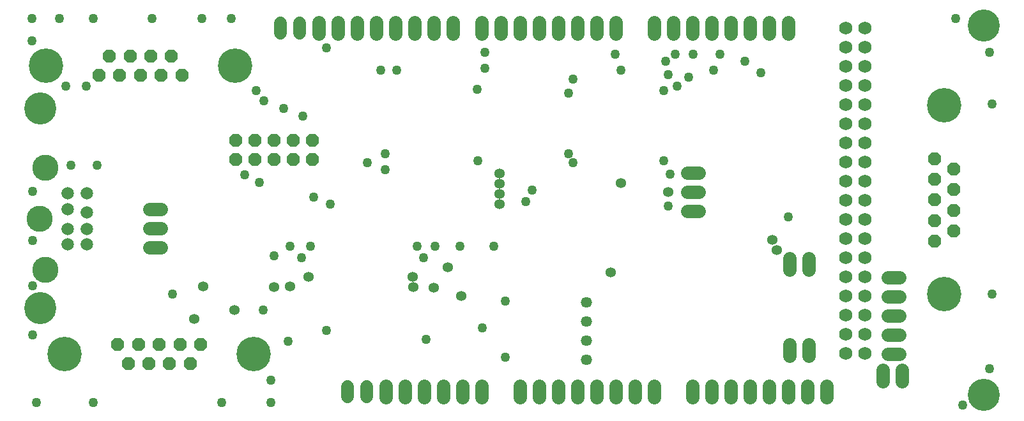
<source format=gbs>
G75*
%MOIN*%
%OFA0B0*%
%FSLAX25Y25*%
%IPPOS*%
%LPD*%
%AMOC8*
5,1,8,0,0,1.08239X$1,22.5*
%
%ADD10C,0.16732*%
%ADD11C,0.06921*%
%ADD12C,0.06921*%
%ADD13C,0.06584*%
%ADD14C,0.05740*%
%ADD15C,0.06984*%
%ADD16OC8,0.06984*%
%ADD17C,0.17984*%
%ADD18C,0.13646*%
%ADD19C,0.06528*%
%ADD20C,0.05346*%
%ADD21C,0.04984*%
D10*
X0125784Y0090236D03*
X0125784Y0194567D03*
X0617910Y0237874D03*
X0617910Y0044961D03*
D11*
X0535942Y0043724D02*
X0535942Y0049661D01*
X0525942Y0049661D02*
X0525942Y0043724D01*
X0515942Y0043724D02*
X0515942Y0049661D01*
X0505942Y0049661D02*
X0505942Y0043724D01*
X0495942Y0043724D02*
X0495942Y0049661D01*
X0485942Y0049661D02*
X0485942Y0043724D01*
X0475942Y0043724D02*
X0475942Y0049661D01*
X0465942Y0049661D02*
X0465942Y0043724D01*
X0445942Y0043724D02*
X0445942Y0049661D01*
X0435942Y0049661D02*
X0435942Y0043724D01*
X0425942Y0043724D02*
X0425942Y0049661D01*
X0415942Y0049661D02*
X0415942Y0043724D01*
X0405942Y0043724D02*
X0405942Y0049661D01*
X0395942Y0049661D02*
X0395942Y0043724D01*
X0385942Y0043724D02*
X0385942Y0049661D01*
X0375942Y0049661D02*
X0375942Y0043724D01*
X0355942Y0043724D02*
X0355942Y0049661D01*
X0345942Y0049661D02*
X0345942Y0043724D01*
X0335942Y0043724D02*
X0335942Y0049661D01*
X0325942Y0049661D02*
X0325942Y0043724D01*
X0315942Y0043724D02*
X0315942Y0049661D01*
X0305942Y0049661D02*
X0305942Y0043724D01*
X0310942Y0233724D02*
X0310942Y0239661D01*
X0300942Y0239661D02*
X0300942Y0233724D01*
X0290942Y0233724D02*
X0290942Y0239661D01*
X0280942Y0239661D02*
X0280942Y0233724D01*
X0270942Y0233724D02*
X0270942Y0239661D01*
X0320942Y0239661D02*
X0320942Y0233724D01*
X0330942Y0233724D02*
X0330942Y0239661D01*
X0340942Y0239661D02*
X0340942Y0233724D01*
X0355942Y0233724D02*
X0355942Y0239661D01*
X0365942Y0239661D02*
X0365942Y0233724D01*
X0375942Y0233724D02*
X0375942Y0239661D01*
X0385942Y0239661D02*
X0385942Y0233724D01*
X0395942Y0233724D02*
X0395942Y0239661D01*
X0405942Y0239661D02*
X0405942Y0233724D01*
X0415942Y0233724D02*
X0415942Y0239661D01*
X0425942Y0239661D02*
X0425942Y0233724D01*
X0445942Y0233724D02*
X0445942Y0239661D01*
X0455942Y0239661D02*
X0455942Y0233724D01*
X0465942Y0233724D02*
X0465942Y0239661D01*
X0475942Y0239661D02*
X0475942Y0233724D01*
X0485942Y0233724D02*
X0485942Y0239661D01*
X0495942Y0239661D02*
X0495942Y0233724D01*
X0505942Y0233724D02*
X0505942Y0239661D01*
X0515942Y0239661D02*
X0515942Y0233724D01*
D12*
X0545942Y0236693D03*
X0555942Y0236693D03*
X0555942Y0226693D03*
X0545942Y0226693D03*
X0545942Y0216693D03*
X0555942Y0216693D03*
X0555942Y0206693D03*
X0545942Y0206693D03*
X0545942Y0196693D03*
X0555942Y0196693D03*
X0555942Y0186693D03*
X0545942Y0186693D03*
X0545942Y0176693D03*
X0555942Y0176693D03*
X0555942Y0166693D03*
X0545942Y0166693D03*
X0545942Y0156693D03*
X0555942Y0156693D03*
X0555942Y0146693D03*
X0545942Y0146693D03*
X0545942Y0136693D03*
X0555942Y0136693D03*
X0555942Y0126693D03*
X0545942Y0126693D03*
X0545942Y0116693D03*
X0555942Y0116693D03*
X0555942Y0106693D03*
X0545942Y0106693D03*
X0545942Y0096693D03*
X0555942Y0096693D03*
X0555942Y0086693D03*
X0545942Y0086693D03*
X0545942Y0076693D03*
X0555942Y0076693D03*
X0555942Y0066693D03*
X0545942Y0066693D03*
D13*
X0295942Y0049493D02*
X0295942Y0043893D01*
X0285942Y0043893D02*
X0285942Y0049493D01*
X0260942Y0233893D02*
X0260942Y0239493D01*
X0250942Y0239493D02*
X0250942Y0233893D01*
D14*
X0410745Y0093425D03*
X0410745Y0083425D03*
X0410745Y0073425D03*
X0410745Y0063425D03*
D15*
X0516572Y0065425D02*
X0516572Y0071425D01*
X0526572Y0071425D02*
X0526572Y0065425D01*
X0565272Y0058000D02*
X0565272Y0052000D01*
X0575272Y0052000D02*
X0575272Y0058000D01*
X0573863Y0066496D02*
X0567863Y0066496D01*
X0567863Y0076496D02*
X0573863Y0076496D01*
X0573863Y0086496D02*
X0567863Y0086496D01*
X0567863Y0096496D02*
X0573863Y0096496D01*
X0573863Y0106496D02*
X0567863Y0106496D01*
X0526572Y0110425D02*
X0526572Y0116425D01*
X0516572Y0116425D02*
X0516572Y0110425D01*
X0469335Y0140866D02*
X0463335Y0140866D01*
X0463335Y0150866D02*
X0469335Y0150866D01*
X0469335Y0160866D02*
X0463335Y0160866D01*
X0188666Y0141969D02*
X0182666Y0141969D01*
X0182666Y0131969D02*
X0188666Y0131969D01*
X0188666Y0121969D02*
X0182666Y0121969D01*
D16*
X0227674Y0167972D03*
X0237674Y0167972D03*
X0247674Y0167972D03*
X0257674Y0167972D03*
X0267674Y0167972D03*
X0267674Y0177972D03*
X0257674Y0177972D03*
X0247674Y0177972D03*
X0237674Y0177972D03*
X0227674Y0177972D03*
X0199589Y0212067D03*
X0188789Y0212067D03*
X0177989Y0212067D03*
X0167189Y0212067D03*
X0156389Y0212067D03*
X0161789Y0222067D03*
X0172589Y0222067D03*
X0183389Y0222067D03*
X0194189Y0222067D03*
X0198592Y0071378D03*
X0209392Y0071378D03*
X0203992Y0061378D03*
X0193192Y0061378D03*
X0182392Y0061378D03*
X0171592Y0061378D03*
X0176992Y0071378D03*
X0187792Y0071378D03*
X0166192Y0071378D03*
X0592320Y0125290D03*
X0602320Y0130690D03*
X0592320Y0136090D03*
X0602320Y0141490D03*
X0592320Y0146890D03*
X0602320Y0152290D03*
X0592320Y0157690D03*
X0602320Y0163090D03*
X0592320Y0168490D03*
D17*
X0597320Y0196190D03*
X0597320Y0097590D03*
X0237092Y0066378D03*
X0138492Y0066378D03*
X0128689Y0217067D03*
X0227289Y0217067D03*
D18*
X0128383Y0163543D03*
X0125233Y0136969D03*
X0128383Y0110394D03*
D19*
X0140194Y0123583D03*
X0150036Y0123583D03*
X0150036Y0131850D03*
X0150036Y0140512D03*
X0140194Y0142087D03*
X0140194Y0150354D03*
X0150036Y0150354D03*
X0140194Y0131850D03*
D20*
X0210627Y0101850D03*
X0227162Y0089449D03*
X0205902Y0084724D03*
X0247831Y0101260D03*
X0256099Y0101850D03*
X0265548Y0106575D03*
X0319879Y0106575D03*
X0320469Y0101260D03*
X0331099Y0100866D03*
X0345272Y0096535D03*
X0338383Y0111693D03*
X0365351Y0144764D03*
X0365351Y0150079D03*
X0365351Y0155394D03*
X0365351Y0160709D03*
X0428540Y0155591D03*
X0453343Y0150866D03*
X0507674Y0126063D03*
X0510036Y0120748D03*
X0423225Y0108937D03*
D21*
X0123816Y0041024D03*
X0153343Y0041024D03*
X0220272Y0041024D03*
X0245863Y0041024D03*
X0245863Y0052835D03*
X0254918Y0072913D03*
X0274997Y0078819D03*
X0241926Y0089449D03*
X0194682Y0097717D03*
X0247831Y0117795D03*
X0256099Y0122520D03*
X0262005Y0116614D03*
X0266729Y0122520D03*
X0277162Y0144567D03*
X0268304Y0148307D03*
X0240154Y0155984D03*
X0232477Y0159921D03*
X0262792Y0190827D03*
X0252556Y0194764D03*
X0242516Y0198701D03*
X0238383Y0204016D03*
X0274997Y0226457D03*
X0303343Y0214646D03*
X0311611Y0214646D03*
X0353540Y0204606D03*
X0357674Y0215827D03*
X0357674Y0224094D03*
X0403737Y0209921D03*
X0401375Y0202835D03*
X0428540Y0214646D03*
X0425587Y0222913D03*
X0452162Y0219370D03*
X0456886Y0222913D03*
X0466335Y0222913D03*
X0480509Y0222913D03*
X0493501Y0219370D03*
X0501768Y0213465D03*
X0476965Y0214646D03*
X0463973Y0211102D03*
X0458068Y0206378D03*
X0450981Y0204016D03*
X0453343Y0212283D03*
X0401375Y0170945D03*
X0403737Y0166220D03*
X0382477Y0152047D03*
X0378934Y0146142D03*
X0362398Y0122520D03*
X0344682Y0122520D03*
X0331690Y0122520D03*
X0322241Y0122520D03*
X0325784Y0116614D03*
X0368304Y0094173D03*
X0356493Y0080000D03*
X0326965Y0074094D03*
X0368304Y0064646D03*
X0515942Y0137874D03*
X0454524Y0160315D03*
X0450981Y0167402D03*
X0453343Y0143780D03*
X0354131Y0167402D03*
X0305705Y0170945D03*
X0296257Y0166220D03*
X0305705Y0162677D03*
X0155312Y0165039D03*
X0141532Y0165039D03*
X0121847Y0151260D03*
X0121847Y0125669D03*
X0121847Y0102047D03*
X0121847Y0076457D03*
X0139170Y0206378D03*
X0149800Y0206378D03*
X0121453Y0230000D03*
X0121453Y0241811D03*
X0135627Y0241811D03*
X0153343Y0241811D03*
X0184052Y0241811D03*
X0210036Y0241811D03*
X0225390Y0241811D03*
X0603343Y0241811D03*
X0621060Y0224094D03*
X0622241Y0196929D03*
X0622241Y0097717D03*
X0621060Y0058740D03*
X0606886Y0039843D03*
M02*

</source>
